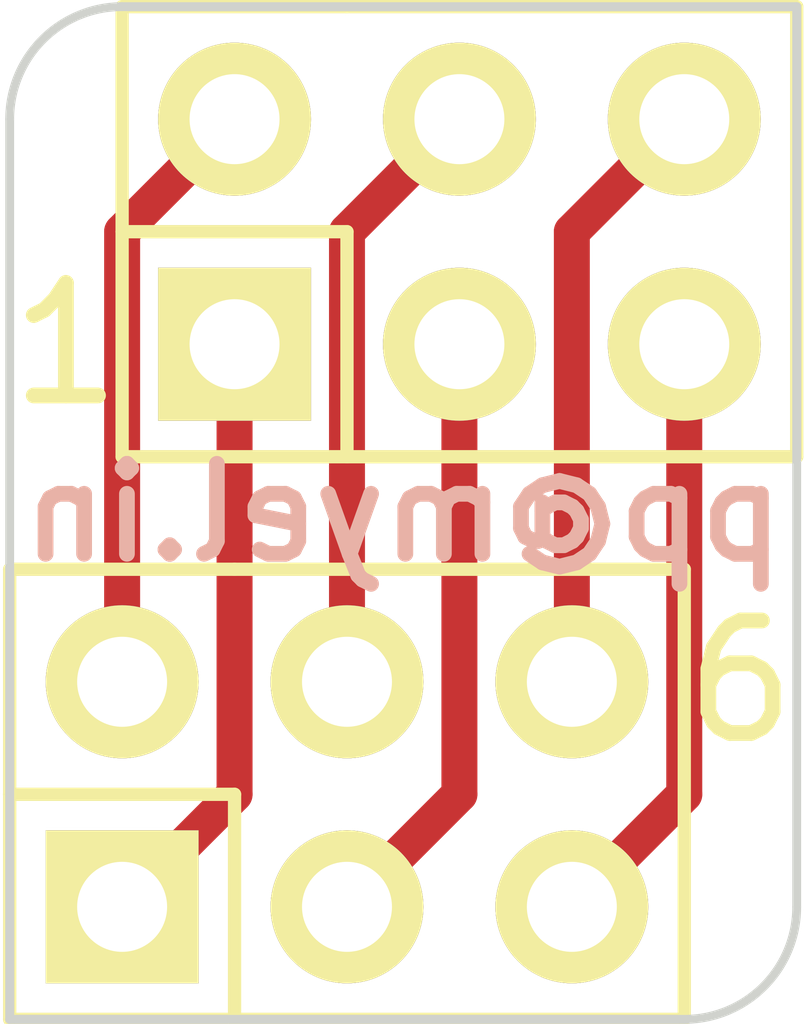
<source format=kicad_pcb>
(kicad_pcb (version 4) (host pcbnew "(2015-01-02 BZR 5348)-product")

  (general
    (links 6)
    (no_connects 0)
    (area 142.806886 100.5226 153.103114 114.527401)
    (thickness 1.6)
    (drawings 9)
    (tracks 12)
    (zones 0)
    (modules 2)
    (nets 7)
  )

  (page A4)
  (layers
    (0 F.Cu signal)
    (31 B.Cu signal)
    (32 B.Adhes user)
    (33 F.Adhes user)
    (34 B.Paste user)
    (35 F.Paste user)
    (36 B.SilkS user)
    (37 F.SilkS user)
    (38 B.Mask user)
    (39 F.Mask user)
    (40 Dwgs.User user)
    (41 Cmts.User user)
    (42 Eco1.User user)
    (43 Eco2.User user)
    (44 Edge.Cuts user)
    (45 Margin user)
    (46 B.CrtYd user)
    (47 F.CrtYd user)
    (48 B.Fab user)
    (49 F.Fab user)
  )

  (setup
    (last_trace_width 0.1778)
    (user_trace_width 0.4064)
    (trace_clearance 0.1524)
    (zone_clearance 0.508)
    (zone_45_only no)
    (trace_min 0.1778)
    (segment_width 0.2)
    (edge_width 0.1)
    (via_size 0.889)
    (via_drill 0.635)
    (via_min_size 0.889)
    (via_min_drill 0.508)
    (uvia_size 0.508)
    (uvia_drill 0.127)
    (uvias_allowed no)
    (uvia_min_size 0.508)
    (uvia_min_drill 0.127)
    (pcb_text_width 0.3)
    (pcb_text_size 1.5 1.5)
    (mod_edge_width 0.15)
    (mod_text_size 1 1)
    (mod_text_width 0.15)
    (pad_size 1.5 1.5)
    (pad_drill 0.6)
    (pad_to_mask_clearance 0)
    (aux_axis_origin 0 0)
    (visible_elements 7FFFFFFF)
    (pcbplotparams
      (layerselection 0x010fc_80000001)
      (usegerberextensions true)
      (excludeedgelayer true)
      (linewidth 0.100000)
      (plotframeref false)
      (viasonmask false)
      (mode 1)
      (useauxorigin false)
      (hpglpennumber 1)
      (hpglpenspeed 20)
      (hpglpendiameter 15)
      (hpglpenoverlay 2)
      (psnegative false)
      (psa4output false)
      (plotreference true)
      (plotvalue true)
      (plotinvisibletext false)
      (padsonsilk false)
      (subtractmaskfromsilk false)
      (outputformat 1)
      (mirror false)
      (drillshape 0)
      (scaleselection 1)
      (outputdirectory gerbers/))
  )

  (net 0 "")
  (net 1 "Net-(CON1-Pad1)")
  (net 2 "Net-(CON1-Pad2)")
  (net 3 "Net-(CON1-Pad3)")
  (net 4 "Net-(CON1-Pad4)")
  (net 5 "Net-(CON1-Pad5)")
  (net 6 "Net-(CON1-Pad6)")

  (net_class Default "This is the default net class."
    (clearance 0.1524)
    (trace_width 0.1778)
    (via_dia 0.889)
    (via_drill 0.635)
    (uvia_dia 0.508)
    (uvia_drill 0.127)
    (add_net "Net-(CON1-Pad1)")
    (add_net "Net-(CON1-Pad2)")
    (add_net "Net-(CON1-Pad3)")
    (add_net "Net-(CON1-Pad4)")
    (add_net "Net-(CON1-Pad5)")
    (add_net "Net-(CON1-Pad6)")
  )

  (module Pin_Headers:Pin_Header_Straight_2x03 (layer F.Cu) (tedit 54B60AD4) (tstamp 54B60AC2)
    (at 147.32 111.76)
    (descr "Through hole pin header")
    (tags "pin header")
    (path /54B60A2F)
    (fp_text reference CON1 (at 0 -3.81) (layer F.SilkS) hide
      (effects (font (size 1 1) (thickness 0.15)))
    )
    (fp_text value AVR-ISP-6 (at 0 0) (layer F.SilkS) hide
      (effects (font (size 1 1) (thickness 0.15)))
    )
    (fp_line (start -3.81 0) (end -1.27 0) (layer F.SilkS) (width 0.15))
    (fp_line (start -1.27 0) (end -1.27 2.54) (layer F.SilkS) (width 0.15))
    (fp_line (start -3.81 2.54) (end 3.81 2.54) (layer F.SilkS) (width 0.15))
    (fp_line (start 3.81 2.54) (end 3.81 -2.54) (layer F.SilkS) (width 0.15))
    (fp_line (start 3.81 -2.54) (end -1.27 -2.54) (layer F.SilkS) (width 0.15))
    (fp_line (start -3.81 2.54) (end -3.81 0) (layer F.SilkS) (width 0.15))
    (fp_line (start -3.81 -2.54) (end -3.81 0) (layer F.SilkS) (width 0.15))
    (fp_line (start -1.27 -2.54) (end -3.81 -2.54) (layer F.SilkS) (width 0.15))
    (pad 1 thru_hole rect (at -2.54 1.27) (size 1.7272 1.7272) (drill 1.016) (layers *.Cu *.Mask F.SilkS)
      (net 1 "Net-(CON1-Pad1)"))
    (pad 2 thru_hole oval (at -2.54 -1.27) (size 1.7272 1.7272) (drill 1.016) (layers *.Cu *.Mask F.SilkS)
      (net 2 "Net-(CON1-Pad2)"))
    (pad 3 thru_hole oval (at 0 1.27) (size 1.7272 1.7272) (drill 1.016) (layers *.Cu *.Mask F.SilkS)
      (net 3 "Net-(CON1-Pad3)"))
    (pad 4 thru_hole oval (at 0 -1.27) (size 1.7272 1.7272) (drill 1.016) (layers *.Cu *.Mask F.SilkS)
      (net 4 "Net-(CON1-Pad4)"))
    (pad 5 thru_hole oval (at 2.54 1.27) (size 1.7272 1.7272) (drill 1.016) (layers *.Cu *.Mask F.SilkS)
      (net 5 "Net-(CON1-Pad5)"))
    (pad 6 thru_hole oval (at 2.54 -1.27) (size 1.7272 1.7272) (drill 1.016) (layers *.Cu *.Mask F.SilkS)
      (net 6 "Net-(CON1-Pad6)"))
    (model Pin_Headers/Pin_Header_Straight_2x03.wrl
      (at (xyz 0 0 0))
      (scale (xyz 1 1 1))
      (rotate (xyz 0 0 0))
    )
  )

  (module Pin_Headers:Pin_Header_Straight_2x03 (layer F.Cu) (tedit 54B60AD7) (tstamp 54B60ACC)
    (at 148.59 105.41)
    (descr "Through hole pin header")
    (tags "pin header")
    (path /54B60A64)
    (fp_text reference CON2 (at 0 -3.81) (layer F.SilkS) hide
      (effects (font (size 1 1) (thickness 0.15)))
    )
    (fp_text value AVR-ISP-6 (at 0 0) (layer F.SilkS) hide
      (effects (font (size 1 1) (thickness 0.15)))
    )
    (fp_line (start -3.81 0) (end -1.27 0) (layer F.SilkS) (width 0.15))
    (fp_line (start -1.27 0) (end -1.27 2.54) (layer F.SilkS) (width 0.15))
    (fp_line (start -3.81 2.54) (end 3.81 2.54) (layer F.SilkS) (width 0.15))
    (fp_line (start 3.81 2.54) (end 3.81 -2.54) (layer F.SilkS) (width 0.15))
    (fp_line (start 3.81 -2.54) (end -1.27 -2.54) (layer F.SilkS) (width 0.15))
    (fp_line (start -3.81 2.54) (end -3.81 0) (layer F.SilkS) (width 0.15))
    (fp_line (start -3.81 -2.54) (end -3.81 0) (layer F.SilkS) (width 0.15))
    (fp_line (start -1.27 -2.54) (end -3.81 -2.54) (layer F.SilkS) (width 0.15))
    (pad 1 thru_hole rect (at -2.54 1.27) (size 1.7272 1.7272) (drill 1.016) (layers *.Cu *.Mask F.SilkS)
      (net 1 "Net-(CON1-Pad1)"))
    (pad 2 thru_hole oval (at -2.54 -1.27) (size 1.7272 1.7272) (drill 1.016) (layers *.Cu *.Mask F.SilkS)
      (net 2 "Net-(CON1-Pad2)"))
    (pad 3 thru_hole oval (at 0 1.27) (size 1.7272 1.7272) (drill 1.016) (layers *.Cu *.Mask F.SilkS)
      (net 3 "Net-(CON1-Pad3)"))
    (pad 4 thru_hole oval (at 0 -1.27) (size 1.7272 1.7272) (drill 1.016) (layers *.Cu *.Mask F.SilkS)
      (net 4 "Net-(CON1-Pad4)"))
    (pad 5 thru_hole oval (at 2.54 1.27) (size 1.7272 1.7272) (drill 1.016) (layers *.Cu *.Mask F.SilkS)
      (net 5 "Net-(CON1-Pad5)"))
    (pad 6 thru_hole oval (at 2.54 -1.27) (size 1.7272 1.7272) (drill 1.016) (layers *.Cu *.Mask F.SilkS)
      (net 6 "Net-(CON1-Pad6)"))
    (model Pin_Headers/Pin_Header_Straight_2x03.wrl
      (at (xyz 0 0 0))
      (scale (xyz 1 1 1))
      (rotate (xyz 0 0 0))
    )
  )

  (gr_text 6 (at 151.765 110.49) (layer F.SilkS)
    (effects (font (size 1.27 1.27) (thickness 0.1778)))
  )
  (gr_text 1 (at 144.145 106.68) (layer F.SilkS)
    (effects (font (size 1.27 1.27) (thickness 0.1778)))
  )
  (gr_text pp@myel.in (at 147.955 108.585) (layer B.SilkS)
    (effects (font (size 1.016 1.016) (thickness 0.1778)) (justify mirror))
  )
  (gr_line (start 143.51 114.3) (end 151.13 114.3) (angle 90) (layer Edge.Cuts) (width 0.1))
  (gr_line (start 143.51 104.14) (end 143.51 114.3) (angle 90) (layer Edge.Cuts) (width 0.1))
  (gr_line (start 152.4 102.87) (end 144.78 102.87) (angle 90) (layer Edge.Cuts) (width 0.1))
  (gr_line (start 152.4 113.03) (end 152.4 102.87) (angle 90) (layer Edge.Cuts) (width 0.1))
  (gr_arc (start 151.13 113.03) (end 152.4 113.03) (angle 90) (layer Edge.Cuts) (width 0.1))
  (gr_arc (start 144.78 104.14) (end 143.51 104.14) (angle 90) (layer Edge.Cuts) (width 0.1))

  (segment (start 146.05 111.76) (end 144.78 113.03) (width 0.4064) (layer F.Cu) (net 1) (tstamp 54B60B2E))
  (segment (start 146.05 106.68) (end 146.05 111.76) (width 0.4064) (layer F.Cu) (net 1))
  (segment (start 144.78 105.41) (end 144.78 110.49) (width 0.4064) (layer F.Cu) (net 2) (tstamp 54B60B31))
  (segment (start 146.05 104.14) (end 144.78 105.41) (width 0.4064) (layer F.Cu) (net 2))
  (segment (start 148.59 111.76) (end 147.32 113.03) (width 0.4064) (layer F.Cu) (net 3) (tstamp 54B60B35))
  (segment (start 148.59 106.68) (end 148.59 111.76) (width 0.4064) (layer F.Cu) (net 3))
  (segment (start 147.32 105.41) (end 147.32 110.49) (width 0.4064) (layer F.Cu) (net 4) (tstamp 54B60B3E))
  (segment (start 148.59 104.14) (end 147.32 105.41) (width 0.4064) (layer F.Cu) (net 4))
  (segment (start 151.13 111.76) (end 149.86 113.03) (width 0.4064) (layer F.Cu) (net 5) (tstamp 54B60B38))
  (segment (start 151.13 106.68) (end 151.13 111.76) (width 0.4064) (layer F.Cu) (net 5))
  (segment (start 149.86 105.41) (end 151.13 104.14) (width 0.4064) (layer F.Cu) (net 6) (tstamp 54B60B3B))
  (segment (start 149.86 110.49) (end 149.86 105.41) (width 0.4064) (layer F.Cu) (net 6))

)

</source>
